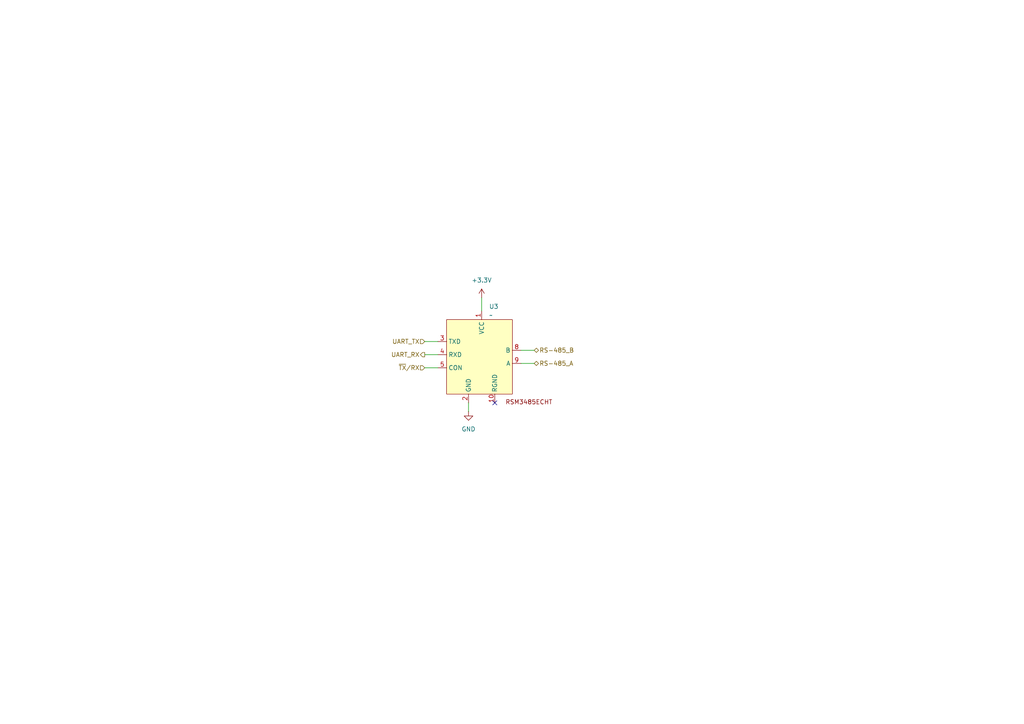
<source format=kicad_sch>
(kicad_sch
	(version 20250114)
	(generator "eeschema")
	(generator_version "9.0")
	(uuid "c598f9e5-ac1b-4a3e-bd6d-5579c1787fe4")
	(paper "A4")
	(lib_symbols
		(symbol "Riqi_Parts:YLPTEC_RSM3485ECHT"
			(exclude_from_sim no)
			(in_bom yes)
			(on_board yes)
			(property "Reference" "U"
				(at 1.778 1.016 0)
				(effects
					(font
						(size 1.27 1.27)
					)
				)
			)
			(property "Value" ""
				(at 0 0 0)
				(effects
					(font
						(size 1.27 1.27)
					)
				)
			)
			(property "Footprint" "Riqi_Parts:YLPTEC RSM3485ECHT"
				(at 0 0 0)
				(effects
					(font
						(size 1.27 1.27)
					)
					(hide yes)
				)
			)
			(property "Datasheet" "https://lcsc.com/datasheet/lcsc_datasheet_2411051508_YLPTEC-RSM3485ECHT_C2992406.pdf"
				(at 0 0 0)
				(effects
					(font
						(size 1.27 1.27)
					)
					(hide yes)
				)
			)
			(property "Description" "RS485 ISOLATED MODULE"
				(at 0 0 0)
				(effects
					(font
						(size 1.27 1.27)
					)
					(hide yes)
				)
			)
			(symbol "YLPTEC_RSM3485ECHT_1_1"
				(rectangle
					(start -15.24 -1.27)
					(end 3.81 -22.86)
					(stroke
						(width 0)
						(type solid)
					)
					(fill
						(type background)
					)
				)
				(text "RSM3485ECHT"
					(at 8.636 -25.146 0)
					(effects
						(font
							(size 1.27 1.27)
						)
					)
				)
				(pin bidirectional line
					(at -17.78 -7.62 0)
					(length 2.54)
					(name "TXD"
						(effects
							(font
								(size 1.27 1.27)
							)
						)
					)
					(number "3"
						(effects
							(font
								(size 1.27 1.27)
							)
						)
					)
				)
				(pin bidirectional line
					(at -17.78 -11.43 0)
					(length 2.54)
					(name "RXD"
						(effects
							(font
								(size 1.27 1.27)
							)
						)
					)
					(number "4"
						(effects
							(font
								(size 1.27 1.27)
							)
						)
					)
				)
				(pin bidirectional line
					(at -17.78 -15.24 0)
					(length 2.54)
					(name "CON"
						(effects
							(font
								(size 1.27 1.27)
							)
						)
					)
					(number "5"
						(effects
							(font
								(size 1.27 1.27)
							)
						)
					)
				)
				(pin power_in line
					(at -8.89 -25.4 90)
					(length 2.54)
					(name "GND"
						(effects
							(font
								(size 1.27 1.27)
							)
						)
					)
					(number "2"
						(effects
							(font
								(size 1.27 1.27)
							)
						)
					)
				)
				(pin power_in line
					(at -5.08 1.27 270)
					(length 2.54)
					(name "VCC"
						(effects
							(font
								(size 1.27 1.27)
							)
						)
					)
					(number "1"
						(effects
							(font
								(size 1.27 1.27)
							)
						)
					)
				)
				(pin power_in line
					(at -1.27 -25.4 90)
					(length 2.54)
					(name "RGND"
						(effects
							(font
								(size 1.27 1.27)
							)
						)
					)
					(number "10"
						(effects
							(font
								(size 1.27 1.27)
							)
						)
					)
				)
				(pin bidirectional line
					(at 6.35 -10.16 180)
					(length 2.54)
					(name "B"
						(effects
							(font
								(size 1.27 1.27)
							)
						)
					)
					(number "8"
						(effects
							(font
								(size 1.27 1.27)
							)
						)
					)
				)
				(pin bidirectional line
					(at 6.35 -13.97 180)
					(length 2.54)
					(name "A"
						(effects
							(font
								(size 1.27 1.27)
							)
						)
					)
					(number "9"
						(effects
							(font
								(size 1.27 1.27)
							)
						)
					)
				)
			)
			(embedded_fonts no)
		)
		(symbol "power:+3.3V"
			(power)
			(pin_numbers
				(hide yes)
			)
			(pin_names
				(offset 0)
				(hide yes)
			)
			(exclude_from_sim no)
			(in_bom yes)
			(on_board yes)
			(property "Reference" "#PWR"
				(at 0 -3.81 0)
				(effects
					(font
						(size 1.27 1.27)
					)
					(hide yes)
				)
			)
			(property "Value" "+3.3V"
				(at 0 3.556 0)
				(effects
					(font
						(size 1.27 1.27)
					)
				)
			)
			(property "Footprint" ""
				(at 0 0 0)
				(effects
					(font
						(size 1.27 1.27)
					)
					(hide yes)
				)
			)
			(property "Datasheet" ""
				(at 0 0 0)
				(effects
					(font
						(size 1.27 1.27)
					)
					(hide yes)
				)
			)
			(property "Description" "Power symbol creates a global label with name \"+3.3V\""
				(at 0 0 0)
				(effects
					(font
						(size 1.27 1.27)
					)
					(hide yes)
				)
			)
			(property "ki_keywords" "global power"
				(at 0 0 0)
				(effects
					(font
						(size 1.27 1.27)
					)
					(hide yes)
				)
			)
			(symbol "+3.3V_0_1"
				(polyline
					(pts
						(xy -0.762 1.27) (xy 0 2.54)
					)
					(stroke
						(width 0)
						(type default)
					)
					(fill
						(type none)
					)
				)
				(polyline
					(pts
						(xy 0 2.54) (xy 0.762 1.27)
					)
					(stroke
						(width 0)
						(type default)
					)
					(fill
						(type none)
					)
				)
				(polyline
					(pts
						(xy 0 0) (xy 0 2.54)
					)
					(stroke
						(width 0)
						(type default)
					)
					(fill
						(type none)
					)
				)
			)
			(symbol "+3.3V_1_1"
				(pin power_in line
					(at 0 0 90)
					(length 0)
					(name "~"
						(effects
							(font
								(size 1.27 1.27)
							)
						)
					)
					(number "1"
						(effects
							(font
								(size 1.27 1.27)
							)
						)
					)
				)
			)
			(embedded_fonts no)
		)
		(symbol "power:GND"
			(power)
			(pin_numbers
				(hide yes)
			)
			(pin_names
				(offset 0)
				(hide yes)
			)
			(exclude_from_sim no)
			(in_bom yes)
			(on_board yes)
			(property "Reference" "#PWR"
				(at 0 -6.35 0)
				(effects
					(font
						(size 1.27 1.27)
					)
					(hide yes)
				)
			)
			(property "Value" "GND"
				(at 0 -3.81 0)
				(effects
					(font
						(size 1.27 1.27)
					)
				)
			)
			(property "Footprint" ""
				(at 0 0 0)
				(effects
					(font
						(size 1.27 1.27)
					)
					(hide yes)
				)
			)
			(property "Datasheet" ""
				(at 0 0 0)
				(effects
					(font
						(size 1.27 1.27)
					)
					(hide yes)
				)
			)
			(property "Description" "Power symbol creates a global label with name \"GND\" , ground"
				(at 0 0 0)
				(effects
					(font
						(size 1.27 1.27)
					)
					(hide yes)
				)
			)
			(property "ki_keywords" "global power"
				(at 0 0 0)
				(effects
					(font
						(size 1.27 1.27)
					)
					(hide yes)
				)
			)
			(symbol "GND_0_1"
				(polyline
					(pts
						(xy 0 0) (xy 0 -1.27) (xy 1.27 -1.27) (xy 0 -2.54) (xy -1.27 -1.27) (xy 0 -1.27)
					)
					(stroke
						(width 0)
						(type default)
					)
					(fill
						(type none)
					)
				)
			)
			(symbol "GND_1_1"
				(pin power_in line
					(at 0 0 270)
					(length 0)
					(name "~"
						(effects
							(font
								(size 1.27 1.27)
							)
						)
					)
					(number "1"
						(effects
							(font
								(size 1.27 1.27)
							)
						)
					)
				)
			)
			(embedded_fonts no)
		)
	)
	(no_connect
		(at 143.51 116.84)
		(uuid "2650831e-5859-4c23-a617-4bfa3fad0e4a")
	)
	(wire
		(pts
			(xy 135.89 116.84) (xy 135.89 119.38)
		)
		(stroke
			(width 0)
			(type default)
		)
		(uuid "722016a8-0d8f-47ca-acbf-e94e241d7a00")
	)
	(wire
		(pts
			(xy 139.7 86.36) (xy 139.7 90.17)
		)
		(stroke
			(width 0)
			(type default)
		)
		(uuid "758e1150-b1bd-4640-96ed-8846eb51e1df")
	)
	(wire
		(pts
			(xy 123.19 106.68) (xy 127 106.68)
		)
		(stroke
			(width 0)
			(type default)
		)
		(uuid "8e2da07c-4da6-474b-8e54-4b35999df8bf")
	)
	(wire
		(pts
			(xy 151.13 101.6) (xy 154.94 101.6)
		)
		(stroke
			(width 0)
			(type default)
		)
		(uuid "bb685ab8-4496-4ce0-b587-06ed131db8f1")
	)
	(wire
		(pts
			(xy 123.19 99.06) (xy 127 99.06)
		)
		(stroke
			(width 0)
			(type default)
		)
		(uuid "be3c2ce8-f5bb-44f7-872c-2228859f9a11")
	)
	(wire
		(pts
			(xy 151.13 105.41) (xy 154.94 105.41)
		)
		(stroke
			(width 0)
			(type default)
		)
		(uuid "f1b86c13-b8b3-4a12-b210-b4af3e2ca442")
	)
	(wire
		(pts
			(xy 123.19 102.87) (xy 127 102.87)
		)
		(stroke
			(width 0)
			(type default)
		)
		(uuid "fd247c22-8a26-43f3-8f8b-c666597e51c6")
	)
	(hierarchical_label "UART_RX"
		(shape output)
		(at 123.19 102.87 180)
		(effects
			(font
				(size 1.27 1.27)
			)
			(justify right)
		)
		(uuid "0f9afdb3-b453-4c62-836f-458e6fa36d81")
	)
	(hierarchical_label "RS-485_A"
		(shape bidirectional)
		(at 154.94 105.41 0)
		(effects
			(font
				(size 1.27 1.27)
			)
			(justify left)
		)
		(uuid "12b1f7c9-7f2f-40cb-93ac-d1c28f6f3224")
	)
	(hierarchical_label "~{TX}{slash}RX"
		(shape input)
		(at 123.19 106.68 180)
		(effects
			(font
				(size 1.27 1.27)
			)
			(justify right)
		)
		(uuid "9703bf3a-8ebc-491c-a183-053f1ea0cdcf")
	)
	(hierarchical_label "UART_TX"
		(shape input)
		(at 123.19 99.06 180)
		(effects
			(font
				(size 1.27 1.27)
			)
			(justify right)
		)
		(uuid "9de0f9c2-67d0-43c5-82cc-7cf0a2c9d038")
	)
	(hierarchical_label "RS-485_B"
		(shape bidirectional)
		(at 154.94 101.6 0)
		(effects
			(font
				(size 1.27 1.27)
			)
			(justify left)
		)
		(uuid "b705b3ea-2db5-4ac7-bf16-6a529c457d97")
	)
	(symbol
		(lib_id "power:GND")
		(at 135.89 119.38 0)
		(unit 1)
		(exclude_from_sim no)
		(in_bom yes)
		(on_board yes)
		(dnp no)
		(fields_autoplaced yes)
		(uuid "0375b851-b1ff-42cc-892f-e9a474cb14b1")
		(property "Reference" "#PWR16"
			(at 135.89 125.73 0)
			(effects
				(font
					(size 1.27 1.27)
				)
				(hide yes)
			)
		)
		(property "Value" "GND"
			(at 135.89 124.46 0)
			(effects
				(font
					(size 1.27 1.27)
				)
			)
		)
		(property "Footprint" ""
			(at 135.89 119.38 0)
			(effects
				(font
					(size 1.27 1.27)
				)
				(hide yes)
			)
		)
		(property "Datasheet" ""
			(at 135.89 119.38 0)
			(effects
				(font
					(size 1.27 1.27)
				)
				(hide yes)
			)
		)
		(property "Description" "Power symbol creates a global label with name \"GND\" , ground"
			(at 135.89 119.38 0)
			(effects
				(font
					(size 1.27 1.27)
				)
				(hide yes)
			)
		)
		(pin "1"
			(uuid "434065af-173d-4b00-afbe-67fe1a2927cd")
		)
		(instances
			(project ""
				(path "/8290cc18-06d0-4e02-a781-29a61ebc321a/9e4d7a0c-a5eb-4e88-9036-0c35e68b279a/43a112db-786f-42fb-8db3-67286b51ed8f"
					(reference "#PWR16")
					(unit 1)
				)
			)
		)
	)
	(symbol
		(lib_id "Riqi_Parts:YLPTEC_RSM3485ECHT")
		(at 144.78 91.44 0)
		(unit 1)
		(exclude_from_sim no)
		(in_bom yes)
		(on_board yes)
		(dnp no)
		(fields_autoplaced yes)
		(uuid "0b6916b1-d001-4d1f-b0e7-4ef2889cac37")
		(property "Reference" "U3"
			(at 141.8433 88.9 0)
			(effects
				(font
					(size 1.27 1.27)
				)
				(justify left)
			)
		)
		(property "Value" "~"
			(at 141.8433 91.44 0)
			(effects
				(font
					(size 1.27 1.27)
				)
				(justify left)
			)
		)
		(property "Footprint" "Riqi_Parts:YLPTEC RSM3485ECHT"
			(at 144.78 91.44 0)
			(effects
				(font
					(size 1.27 1.27)
				)
				(hide yes)
			)
		)
		(property "Datasheet" "https://lcsc.com/datasheet/lcsc_datasheet_2411051508_YLPTEC-RSM3485ECHT_C2992406.pdf"
			(at 144.78 91.44 0)
			(effects
				(font
					(size 1.27 1.27)
				)
				(hide yes)
			)
		)
		(property "Description" "RS485 ISOLATED MODULE"
			(at 144.78 91.44 0)
			(effects
				(font
					(size 1.27 1.27)
				)
				(hide yes)
			)
		)
		(pin "9"
			(uuid "b6f2c3f4-d41d-4d97-9591-f1b950cdbf75")
		)
		(pin "5"
			(uuid "461abd25-5a34-400a-b9f2-17492b11757d")
		)
		(pin "10"
			(uuid "f351cb6f-ebb6-4576-8e62-d7c8eaee149d")
		)
		(pin "8"
			(uuid "0effd02a-b0a2-4390-9439-582fa01661ae")
		)
		(pin "4"
			(uuid "1247548f-1916-4145-b634-5e94bbe88e2a")
		)
		(pin "1"
			(uuid "ec840838-b58f-481e-80b1-45827976244a")
		)
		(pin "2"
			(uuid "172d0647-4dc0-47cf-9829-a6911e24fb9f")
		)
		(pin "3"
			(uuid "6853de27-c6ae-4a96-b6b2-395f79bd6375")
		)
		(instances
			(project ""
				(path "/8290cc18-06d0-4e02-a781-29a61ebc321a/9e4d7a0c-a5eb-4e88-9036-0c35e68b279a/43a112db-786f-42fb-8db3-67286b51ed8f"
					(reference "U3")
					(unit 1)
				)
			)
		)
	)
	(symbol
		(lib_id "power:+3.3V")
		(at 139.7 86.36 0)
		(unit 1)
		(exclude_from_sim no)
		(in_bom yes)
		(on_board yes)
		(dnp no)
		(fields_autoplaced yes)
		(uuid "bdc33729-c98f-481b-a33f-0eb96d072ec8")
		(property "Reference" "#PWR17"
			(at 139.7 90.17 0)
			(effects
				(font
					(size 1.27 1.27)
				)
				(hide yes)
			)
		)
		(property "Value" "+3.3V"
			(at 139.7 81.28 0)
			(effects
				(font
					(size 1.27 1.27)
				)
			)
		)
		(property "Footprint" ""
			(at 139.7 86.36 0)
			(effects
				(font
					(size 1.27 1.27)
				)
				(hide yes)
			)
		)
		(property "Datasheet" ""
			(at 139.7 86.36 0)
			(effects
				(font
					(size 1.27 1.27)
				)
				(hide yes)
			)
		)
		(property "Description" "Power symbol creates a global label with name \"+3.3V\""
			(at 139.7 86.36 0)
			(effects
				(font
					(size 1.27 1.27)
				)
				(hide yes)
			)
		)
		(pin "1"
			(uuid "bccb0630-3bdf-4c07-bb9e-742fdc3a68d5")
		)
		(instances
			(project ""
				(path "/8290cc18-06d0-4e02-a781-29a61ebc321a/9e4d7a0c-a5eb-4e88-9036-0c35e68b279a/43a112db-786f-42fb-8db3-67286b51ed8f"
					(reference "#PWR17")
					(unit 1)
				)
			)
		)
	)
)

</source>
